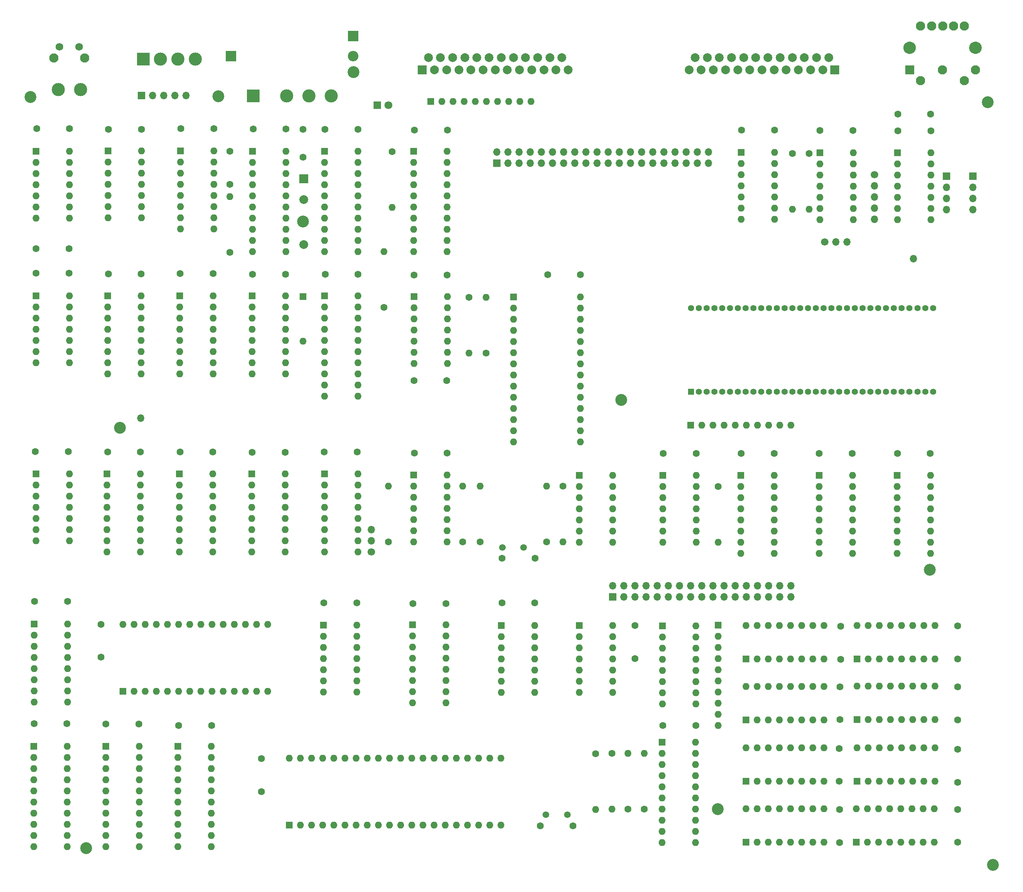
<source format=gbr>
%TF.GenerationSoftware,KiCad,Pcbnew,8.0.1*%
%TF.CreationDate,2024-03-23T23:48:47+00:00*%
%TF.ProjectId,TIM-011B,54494d2d-3031-4314-922e-6b696361645f,rev?*%
%TF.SameCoordinates,Original*%
%TF.FileFunction,Soldermask,Top*%
%TF.FilePolarity,Negative*%
%FSLAX46Y46*%
G04 Gerber Fmt 4.6, Leading zero omitted, Abs format (unit mm)*
G04 Created by KiCad (PCBNEW 8.0.1) date 2024-03-23 23:48:47*
%MOMM*%
%LPD*%
G01*
G04 APERTURE LIST*
%ADD10C,1.449000*%
%ADD11R,1.600000X1.600000*%
%ADD12O,1.600000X1.600000*%
%ADD13C,1.600000*%
%ADD14C,2.700000*%
%ADD15C,1.700000*%
%ADD16O,1.700000X1.700000*%
%ADD17R,1.700000X1.700000*%
%ADD18R,2.400000X2.400000*%
%ADD19O,2.400000X2.400000*%
%ADD20R,3.000000X3.000000*%
%ADD21C,3.000000*%
%ADD22C,2.100000*%
%ADD23C,1.750000*%
%ADD24R,2.000000X2.000000*%
%ADD25C,2.000000*%
%ADD26C,1.500000*%
%ADD27R,1.400000X1.400000*%
%ADD28C,1.400000*%
%ADD29R,1.800000X1.800000*%
%ADD30C,1.800000*%
%ADD31C,2.390000*%
%ADD32R,2.100000X2.100000*%
G04 APERTURE END LIST*
D10*
%TO.C,J3*%
X301804500Y-40695000D02*
G75*
G02*
X300355500Y-40695000I-724500J0D01*
G01*
X300355500Y-40695000D02*
G75*
G02*
X301804500Y-40695000I724500J0D01*
G01*
X316814500Y-40695000D02*
G75*
G02*
X315365500Y-40695000I-724500J0D01*
G01*
X315365500Y-40695000D02*
G75*
G02*
X316814500Y-40695000I724500J0D01*
G01*
%TD*%
D11*
%TO.C,U38*%
X263770000Y-193785000D03*
D12*
X266310000Y-193785000D03*
X268850000Y-193785000D03*
X271390000Y-193785000D03*
X273930000Y-193785000D03*
X276470000Y-193785000D03*
X279010000Y-193785000D03*
X281550000Y-193785000D03*
X281550000Y-186165000D03*
X279010000Y-186165000D03*
X276470000Y-186165000D03*
X273930000Y-186165000D03*
X271390000Y-186165000D03*
X268850000Y-186165000D03*
X266310000Y-186165000D03*
X263770000Y-186165000D03*
%TD*%
D11*
%TO.C,U34*%
X225740000Y-172280000D03*
D12*
X225740000Y-174820000D03*
X225740000Y-177360000D03*
X225740000Y-179900000D03*
X225740000Y-182440000D03*
X225740000Y-184980000D03*
X225740000Y-187520000D03*
X233360000Y-187520000D03*
X233360000Y-184980000D03*
X233360000Y-182440000D03*
X233360000Y-179900000D03*
X233360000Y-177360000D03*
X233360000Y-174820000D03*
X233360000Y-172280000D03*
%TD*%
D13*
%TO.C,R15*%
X236890000Y-214170000D03*
D12*
X236890000Y-201470000D03*
%TD*%
D14*
%TO.C,H6*%
X257302000Y-214122000D03*
%TD*%
D11*
%TO.C,U7*%
X262640000Y-64520000D03*
D12*
X262640000Y-67060000D03*
X262640000Y-69600000D03*
X262640000Y-72140000D03*
X262640000Y-74680000D03*
X262640000Y-77220000D03*
X262640000Y-79760000D03*
X270260000Y-79760000D03*
X270260000Y-77220000D03*
X270260000Y-74680000D03*
X270260000Y-72140000D03*
X270260000Y-69600000D03*
X270260000Y-67060000D03*
X270260000Y-64520000D03*
%TD*%
D15*
%TO.C,JMP1*%
X281720000Y-84930000D03*
D16*
X284260000Y-84930000D03*
X286800000Y-84930000D03*
%TD*%
D11*
%TO.C,U11*%
X118210000Y-97230000D03*
D12*
X118210000Y-99770000D03*
X118210000Y-102310000D03*
X118210000Y-104850000D03*
X118210000Y-107390000D03*
X118210000Y-109930000D03*
X118210000Y-112470000D03*
X118210000Y-115010000D03*
X125830000Y-115010000D03*
X125830000Y-112470000D03*
X125830000Y-109930000D03*
X125830000Y-107390000D03*
X125830000Y-104850000D03*
X125830000Y-102310000D03*
X125830000Y-99770000D03*
X125830000Y-97230000D03*
%TD*%
D13*
%TO.C,C30*%
X215640000Y-167180000D03*
X208140000Y-167180000D03*
%TD*%
%TO.C,C7*%
X216850000Y-217910000D03*
X224350000Y-217910000D03*
%TD*%
D11*
%TO.C,U20*%
X134580000Y-137750000D03*
D12*
X134580000Y-140290000D03*
X134580000Y-142830000D03*
X134580000Y-145370000D03*
X134580000Y-147910000D03*
X134580000Y-150450000D03*
X134580000Y-152990000D03*
X134580000Y-155530000D03*
X142200000Y-155530000D03*
X142200000Y-152990000D03*
X142200000Y-150450000D03*
X142200000Y-147910000D03*
X142200000Y-145370000D03*
X142200000Y-142830000D03*
X142200000Y-140290000D03*
X142200000Y-137750000D03*
%TD*%
D11*
%TO.C,U37*%
X289130000Y-179910000D03*
D12*
X291670000Y-179910000D03*
X294210000Y-179910000D03*
X296750000Y-179910000D03*
X299290000Y-179910000D03*
X301830000Y-179910000D03*
X304370000Y-179910000D03*
X306910000Y-179910000D03*
X306910000Y-172290000D03*
X304370000Y-172290000D03*
X301830000Y-172290000D03*
X299290000Y-172290000D03*
X296750000Y-172290000D03*
X294210000Y-172290000D03*
X291670000Y-172290000D03*
X289130000Y-172290000D03*
%TD*%
D11*
%TO.C,U23*%
X188020000Y-137990000D03*
D12*
X188020000Y-140530000D03*
X188020000Y-143070000D03*
X188020000Y-145610000D03*
X188020000Y-148150000D03*
X188020000Y-150690000D03*
X188020000Y-153230000D03*
X195640000Y-153230000D03*
X195640000Y-150690000D03*
X195640000Y-148150000D03*
X195640000Y-145610000D03*
X195640000Y-143070000D03*
X195640000Y-140530000D03*
X195640000Y-137990000D03*
%TD*%
D11*
%TO.C,U47*%
X263770000Y-221705000D03*
D12*
X266310000Y-221705000D03*
X268850000Y-221705000D03*
X271390000Y-221705000D03*
X273930000Y-221705000D03*
X276470000Y-221705000D03*
X279010000Y-221705000D03*
X281550000Y-221705000D03*
X281550000Y-214085000D03*
X279010000Y-214085000D03*
X276470000Y-214085000D03*
X273930000Y-214085000D03*
X271390000Y-214085000D03*
X268850000Y-214085000D03*
X266310000Y-214085000D03*
X263770000Y-214085000D03*
%TD*%
D13*
%TO.C,C9*%
X305910000Y-59610000D03*
X298410000Y-59610000D03*
%TD*%
D11*
%TO.C,U48*%
X288910000Y-221680000D03*
D12*
X291450000Y-221680000D03*
X293990000Y-221680000D03*
X296530000Y-221680000D03*
X299070000Y-221680000D03*
X301610000Y-221680000D03*
X304150000Y-221680000D03*
X306690000Y-221680000D03*
X306690000Y-214060000D03*
X304150000Y-214060000D03*
X301610000Y-214060000D03*
X299070000Y-214060000D03*
X296530000Y-214060000D03*
X293990000Y-214060000D03*
X291450000Y-214060000D03*
X288910000Y-214060000D03*
%TD*%
D13*
%TO.C,C40*%
X175300000Y-59270000D03*
X167800000Y-59270000D03*
%TD*%
%TO.C,C29*%
X125940000Y-59310000D03*
X118440000Y-59310000D03*
%TD*%
D17*
%TO.C,P3*%
X207000000Y-66970000D03*
D16*
X207000000Y-64430000D03*
X209540000Y-66970000D03*
X209540000Y-64430000D03*
X212080000Y-66970000D03*
X212080000Y-64430000D03*
X214620000Y-66970000D03*
X214620000Y-64430000D03*
X217160000Y-66970000D03*
X217160000Y-64430000D03*
X219700000Y-66970000D03*
X219700000Y-64430000D03*
X222240000Y-66970000D03*
X222240000Y-64430000D03*
X224780000Y-66970000D03*
X224780000Y-64430000D03*
X227320000Y-66970000D03*
X227320000Y-64430000D03*
X229860000Y-66970000D03*
X229860000Y-64430000D03*
X232400000Y-66970000D03*
X232400000Y-64430000D03*
X234940000Y-66970000D03*
X234940000Y-64430000D03*
X237480000Y-66970000D03*
X237480000Y-64430000D03*
X240020000Y-66970000D03*
X240020000Y-64430000D03*
X242560000Y-66970000D03*
X242560000Y-64430000D03*
X245100000Y-66970000D03*
X245100000Y-64430000D03*
X247640000Y-66970000D03*
X247640000Y-64430000D03*
X250180000Y-66970000D03*
X250180000Y-64430000D03*
X252720000Y-66970000D03*
X252720000Y-64430000D03*
X255260000Y-66970000D03*
X255260000Y-64430000D03*
%TD*%
D14*
%TO.C,H2*%
X174250000Y-46228000D03*
%TD*%
D13*
%TO.C,C51*%
X287980000Y-133120000D03*
X280480000Y-133120000D03*
%TD*%
%TO.C,CX1*%
X109414000Y-86487000D03*
X101914000Y-86487000D03*
%TD*%
D18*
%TO.C,C1*%
X146380000Y-42610000D03*
X174160000Y-38030000D03*
D19*
X174160000Y-42610000D03*
%TD*%
D13*
%TO.C,R6*%
X204490000Y-110220000D03*
D12*
X204490000Y-97520000D03*
%TD*%
D16*
%TO.C,*%
X301990000Y-88780000D03*
%TD*%
D20*
%TO.C,P2*%
X151450000Y-51620000D03*
D21*
X159070000Y-51620000D03*
X164160000Y-51630000D03*
X169240000Y-51630000D03*
%TD*%
D17*
%TO.C,J5*%
X315500000Y-69945000D03*
D16*
X315500000Y-72485000D03*
X315500000Y-75025000D03*
X315500000Y-77565000D03*
%TD*%
D13*
%TO.C,C46*%
X285050000Y-207810000D03*
X285050000Y-200310000D03*
%TD*%
D22*
%TO.C,T2*%
X105990000Y-43000000D03*
X113000000Y-43000000D03*
D23*
X107240000Y-40510000D03*
X111740000Y-40510000D03*
%TD*%
D11*
%TO.C,U1*%
X101920000Y-64240000D03*
D12*
X101920000Y-66780000D03*
X101920000Y-69320000D03*
X101920000Y-71860000D03*
X101920000Y-74400000D03*
X101920000Y-76940000D03*
X101920000Y-79480000D03*
X109540000Y-79480000D03*
X109540000Y-76940000D03*
X109540000Y-74400000D03*
X109540000Y-71860000D03*
X109540000Y-69320000D03*
X109540000Y-66780000D03*
X109540000Y-64240000D03*
%TD*%
D17*
%TO.C,J4*%
X309500000Y-69945000D03*
D16*
X309500000Y-72485000D03*
X309500000Y-75025000D03*
X309500000Y-77565000D03*
%TD*%
D15*
%TO.C,JMP2*%
X293060000Y-69640000D03*
D16*
X293060000Y-72180000D03*
X293060000Y-74720000D03*
X293060000Y-77260000D03*
X293060000Y-79800000D03*
%TD*%
D11*
%TO.C,U28*%
X298250000Y-138090000D03*
D12*
X298250000Y-140630000D03*
X298250000Y-143170000D03*
X298250000Y-145710000D03*
X298250000Y-148250000D03*
X298250000Y-150790000D03*
X298250000Y-153330000D03*
X298250000Y-155870000D03*
X305870000Y-155870000D03*
X305870000Y-153330000D03*
X305870000Y-150790000D03*
X305870000Y-148250000D03*
X305870000Y-145710000D03*
X305870000Y-143170000D03*
X305870000Y-140630000D03*
X305870000Y-138090000D03*
%TD*%
D13*
%TO.C,C6*%
X215690000Y-156990000D03*
X208190000Y-156990000D03*
%TD*%
D11*
%TO.C,U29*%
X101480000Y-171970000D03*
D12*
X101480000Y-174510000D03*
X101480000Y-177050000D03*
X101480000Y-179590000D03*
X101480000Y-182130000D03*
X101480000Y-184670000D03*
X101480000Y-187210000D03*
X101480000Y-189750000D03*
X109100000Y-189750000D03*
X109100000Y-187210000D03*
X109100000Y-184670000D03*
X109100000Y-182130000D03*
X109100000Y-179590000D03*
X109100000Y-177050000D03*
X109100000Y-174510000D03*
X109100000Y-171970000D03*
%TD*%
D13*
%TO.C,R3*%
X274380000Y-64780000D03*
D12*
X274380000Y-77480000D03*
%TD*%
D11*
%TO.C,U2*%
X118310000Y-64220000D03*
D12*
X118310000Y-66760000D03*
X118310000Y-69300000D03*
X118310000Y-71840000D03*
X118310000Y-74380000D03*
X118310000Y-76920000D03*
X118310000Y-79460000D03*
X125930000Y-79460000D03*
X125930000Y-76920000D03*
X125930000Y-74380000D03*
X125930000Y-71840000D03*
X125930000Y-69300000D03*
X125930000Y-66760000D03*
X125930000Y-64220000D03*
%TD*%
D11*
%TO.C,U5*%
X167690000Y-64230000D03*
D12*
X167690000Y-66770000D03*
X167690000Y-69310000D03*
X167690000Y-71850000D03*
X167690000Y-74390000D03*
X167690000Y-76930000D03*
X167690000Y-79470000D03*
X167690000Y-82010000D03*
X167690000Y-84550000D03*
X167690000Y-87090000D03*
X175310000Y-87090000D03*
X175310000Y-84550000D03*
X175310000Y-82010000D03*
X175310000Y-79470000D03*
X175310000Y-76930000D03*
X175310000Y-74390000D03*
X175310000Y-71850000D03*
X175310000Y-69310000D03*
X175310000Y-66770000D03*
X175310000Y-64230000D03*
%TD*%
D16*
%TO.C,*%
X125730000Y-125095000D03*
%TD*%
D11*
%TO.C,U32*%
X187770000Y-172160000D03*
D12*
X187770000Y-174700000D03*
X187770000Y-177240000D03*
X187770000Y-179780000D03*
X187770000Y-182320000D03*
X187770000Y-184860000D03*
X187770000Y-187400000D03*
X187770000Y-189940000D03*
X195390000Y-189940000D03*
X195390000Y-187400000D03*
X195390000Y-184860000D03*
X195390000Y-182320000D03*
X195390000Y-179780000D03*
X195390000Y-177240000D03*
X195390000Y-174700000D03*
X195390000Y-172160000D03*
%TD*%
D11*
%TO.C,U15*%
X188050000Y-97402500D03*
D12*
X188050000Y-99942500D03*
X188050000Y-102482500D03*
X188050000Y-105022500D03*
X188050000Y-107562500D03*
X188050000Y-110102500D03*
X188050000Y-112642500D03*
X195670000Y-112642500D03*
X195670000Y-110102500D03*
X195670000Y-107562500D03*
X195670000Y-105022500D03*
X195670000Y-102482500D03*
X195670000Y-99942500D03*
X195670000Y-97402500D03*
%TD*%
D15*
%TO.C,JMP3*%
X178308000Y-155575000D03*
D16*
X178308000Y-153035000D03*
X178308000Y-150495000D03*
%TD*%
D11*
%TO.C,U43*%
X159640000Y-217750000D03*
D12*
X162180000Y-217750000D03*
X164720000Y-217750000D03*
X167260000Y-217750000D03*
X169800000Y-217750000D03*
X172340000Y-217750000D03*
X174880000Y-217750000D03*
X177420000Y-217750000D03*
X179960000Y-217750000D03*
X182500000Y-217750000D03*
X185040000Y-217750000D03*
X187580000Y-217750000D03*
X190120000Y-217750000D03*
X192660000Y-217750000D03*
X195200000Y-217750000D03*
X197740000Y-217750000D03*
X200280000Y-217750000D03*
X202820000Y-217750000D03*
X205360000Y-217750000D03*
X207900000Y-217750000D03*
X207900000Y-202510000D03*
X205360000Y-202510000D03*
X202820000Y-202510000D03*
X200280000Y-202510000D03*
X197740000Y-202510000D03*
X195200000Y-202510000D03*
X192660000Y-202510000D03*
X190120000Y-202510000D03*
X187580000Y-202510000D03*
X185040000Y-202510000D03*
X182500000Y-202510000D03*
X179960000Y-202510000D03*
X177420000Y-202510000D03*
X174880000Y-202510000D03*
X172340000Y-202510000D03*
X169800000Y-202510000D03*
X167260000Y-202510000D03*
X164720000Y-202510000D03*
X162180000Y-202510000D03*
X159640000Y-202510000D03*
%TD*%
D14*
%TO.C,H1*%
X100584000Y-51943000D03*
%TD*%
D24*
%TO.C,J1*%
X189985000Y-45720000D03*
D25*
X192755000Y-45720000D03*
X195525000Y-45720000D03*
X198295000Y-45720000D03*
X201065000Y-45720000D03*
X203835000Y-45720000D03*
X206605000Y-45720000D03*
X209375000Y-45720000D03*
X212145000Y-45720000D03*
X214915000Y-45720000D03*
X217685000Y-45720000D03*
X220455000Y-45720000D03*
X223225000Y-45720000D03*
X191350000Y-42900000D03*
X194120000Y-42900000D03*
X196890000Y-42900000D03*
X199660000Y-42900000D03*
X202430000Y-42900000D03*
X205200000Y-42900000D03*
X207970000Y-42900000D03*
X210740000Y-42900000D03*
X213510000Y-42900000D03*
X216280000Y-42900000D03*
X219050000Y-42900000D03*
X221820000Y-42900000D03*
%TD*%
D11*
%TO.C,D1*%
X162800000Y-97390000D03*
D12*
X162800000Y-107550000D03*
%TD*%
D11*
%TO.C,U46*%
X289080000Y-207775000D03*
D12*
X291620000Y-207775000D03*
X294160000Y-207775000D03*
X296700000Y-207775000D03*
X299240000Y-207775000D03*
X301780000Y-207775000D03*
X304320000Y-207775000D03*
X306860000Y-207775000D03*
X306860000Y-200155000D03*
X304320000Y-200155000D03*
X301780000Y-200155000D03*
X299240000Y-200155000D03*
X296700000Y-200155000D03*
X294160000Y-200155000D03*
X291620000Y-200155000D03*
X289080000Y-200155000D03*
%TD*%
D13*
%TO.C,C26*%
X312050000Y-208000000D03*
X312050000Y-200500000D03*
%TD*%
D14*
%TO.C,H4*%
X121031000Y-127254000D03*
%TD*%
D13*
%TO.C,C19*%
X142210000Y-132790000D03*
X134710000Y-132790000D03*
%TD*%
D26*
%TO.C,Y1*%
X208200000Y-154550000D03*
X213100000Y-154550000D03*
%TD*%
D20*
%TO.C,P5*%
X126319000Y-43307000D03*
D21*
X130279000Y-43307000D03*
X134239000Y-43307000D03*
X138199000Y-43307000D03*
%TD*%
D13*
%TO.C,C25*%
X312030000Y-193780000D03*
X312030000Y-186280000D03*
%TD*%
D24*
%TO.C,J2*%
X284040000Y-45720000D03*
D25*
X281270000Y-45720000D03*
X278500000Y-45720000D03*
X275730000Y-45720000D03*
X272960000Y-45720000D03*
X270190000Y-45720000D03*
X267420000Y-45720000D03*
X264650000Y-45720000D03*
X261880000Y-45720000D03*
X259110000Y-45720000D03*
X256340000Y-45720000D03*
X253570000Y-45720000D03*
X250800000Y-45720000D03*
X282635000Y-42900000D03*
X279865000Y-42900000D03*
X277095000Y-42900000D03*
X274325000Y-42900000D03*
X271555000Y-42900000D03*
X268785000Y-42900000D03*
X266015000Y-42900000D03*
X263245000Y-42900000D03*
X260475000Y-42900000D03*
X257705000Y-42900000D03*
X254935000Y-42900000D03*
X252165000Y-42900000D03*
%TD*%
D17*
%TO.C,P4*%
X233370000Y-165800000D03*
D16*
X233370000Y-163260000D03*
X235910000Y-165800000D03*
X235910000Y-163260000D03*
X238450000Y-165800000D03*
X238450000Y-163260000D03*
X240990000Y-165800000D03*
X240990000Y-163260000D03*
X243530000Y-165800000D03*
X243530000Y-163260000D03*
X246070000Y-165800000D03*
X246070000Y-163260000D03*
X248610000Y-165800000D03*
X248610000Y-163260000D03*
X251150000Y-165800000D03*
X251150000Y-163260000D03*
X253690000Y-165800000D03*
X253690000Y-163260000D03*
X256230000Y-165800000D03*
X256230000Y-163260000D03*
X258770000Y-165800000D03*
X258770000Y-163260000D03*
X261310000Y-165800000D03*
X261310000Y-163260000D03*
X263850000Y-165800000D03*
X263850000Y-163260000D03*
X266390000Y-165800000D03*
X266390000Y-163260000D03*
X268930000Y-165800000D03*
X268930000Y-163260000D03*
X271470000Y-165800000D03*
X271470000Y-163260000D03*
X274010000Y-165800000D03*
X274010000Y-163260000D03*
%TD*%
D13*
%TO.C,C24*%
X312040000Y-179930000D03*
X312040000Y-172430000D03*
%TD*%
D11*
%TO.C,U35*%
X244760000Y-172370000D03*
D12*
X244760000Y-174910000D03*
X244760000Y-177450000D03*
X244760000Y-179990000D03*
X244760000Y-182530000D03*
X244760000Y-185070000D03*
X244760000Y-187610000D03*
X244760000Y-190150000D03*
X252380000Y-190150000D03*
X252380000Y-187610000D03*
X252380000Y-185070000D03*
X252380000Y-182530000D03*
X252380000Y-179990000D03*
X252380000Y-177450000D03*
X252380000Y-174910000D03*
X252380000Y-172370000D03*
%TD*%
D11*
%TO.C,U30*%
X121680000Y-187260000D03*
D12*
X124220000Y-187260000D03*
X126760000Y-187260000D03*
X129300000Y-187260000D03*
X131840000Y-187260000D03*
X134380000Y-187260000D03*
X136920000Y-187260000D03*
X139460000Y-187260000D03*
X142000000Y-187260000D03*
X144540000Y-187260000D03*
X147080000Y-187260000D03*
X149620000Y-187260000D03*
X152160000Y-187260000D03*
X154700000Y-187260000D03*
X154700000Y-172020000D03*
X152160000Y-172020000D03*
X149620000Y-172020000D03*
X147080000Y-172020000D03*
X144540000Y-172020000D03*
X142000000Y-172020000D03*
X139460000Y-172020000D03*
X136920000Y-172020000D03*
X134380000Y-172020000D03*
X131840000Y-172020000D03*
X129300000Y-172020000D03*
X126760000Y-172020000D03*
X124220000Y-172020000D03*
X121680000Y-172020000D03*
%TD*%
D13*
%TO.C,R9*%
X203190000Y-153250000D03*
D12*
X203190000Y-140550000D03*
%TD*%
D13*
%TO.C,C16*%
X226030000Y-92340000D03*
X218530000Y-92340000D03*
%TD*%
%TO.C,R1*%
X146120000Y-87320000D03*
D12*
X146120000Y-74620000D03*
%TD*%
D11*
%TO.C,U13*%
X151200000Y-97230000D03*
D12*
X151200000Y-99770000D03*
X151200000Y-102310000D03*
X151200000Y-104850000D03*
X151200000Y-107390000D03*
X151200000Y-109930000D03*
X151200000Y-112470000D03*
X151200000Y-115010000D03*
X158820000Y-115010000D03*
X158820000Y-112470000D03*
X158820000Y-109930000D03*
X158820000Y-107390000D03*
X158820000Y-104850000D03*
X158820000Y-102310000D03*
X158820000Y-99770000D03*
X158820000Y-97230000D03*
%TD*%
D13*
%TO.C,C31*%
X195330000Y-167280000D03*
X187830000Y-167280000D03*
%TD*%
D11*
%TO.C,U45*%
X263770000Y-207775000D03*
D12*
X266310000Y-207775000D03*
X268850000Y-207775000D03*
X271390000Y-207775000D03*
X273930000Y-207775000D03*
X276470000Y-207775000D03*
X279010000Y-207775000D03*
X281550000Y-207775000D03*
X281550000Y-200155000D03*
X279010000Y-200155000D03*
X276470000Y-200155000D03*
X273930000Y-200155000D03*
X271390000Y-200155000D03*
X268850000Y-200155000D03*
X266310000Y-200155000D03*
X263770000Y-200155000D03*
%TD*%
D13*
%TO.C,C12*%
X142280000Y-92130000D03*
X134780000Y-92130000D03*
%TD*%
D11*
%TO.C,U41*%
X117810000Y-199850000D03*
D12*
X117810000Y-202390000D03*
X117810000Y-204930000D03*
X117810000Y-207470000D03*
X117810000Y-210010000D03*
X117810000Y-212550000D03*
X117810000Y-215090000D03*
X117810000Y-217630000D03*
X117810000Y-220170000D03*
X117810000Y-222710000D03*
X125430000Y-222710000D03*
X125430000Y-220170000D03*
X125430000Y-217630000D03*
X125430000Y-215090000D03*
X125430000Y-212550000D03*
X125430000Y-210010000D03*
X125430000Y-207470000D03*
X125430000Y-204930000D03*
X125430000Y-202390000D03*
X125430000Y-199850000D03*
%TD*%
D11*
%TO.C,U12*%
X134670000Y-97230000D03*
D12*
X134670000Y-99770000D03*
X134670000Y-102310000D03*
X134670000Y-104850000D03*
X134670000Y-107390000D03*
X134670000Y-109930000D03*
X134670000Y-112470000D03*
X134670000Y-115010000D03*
X142290000Y-115010000D03*
X142290000Y-112470000D03*
X142290000Y-109930000D03*
X142290000Y-107390000D03*
X142290000Y-104850000D03*
X142290000Y-102310000D03*
X142290000Y-99770000D03*
X142290000Y-97230000D03*
%TD*%
D13*
%TO.C,C20*%
X158690000Y-132890000D03*
X151190000Y-132890000D03*
%TD*%
D21*
%TO.C,T1*%
X106995000Y-50180000D03*
X112075000Y-50180000D03*
%TD*%
D11*
%TO.C,U39*%
X289110000Y-193760000D03*
D12*
X291650000Y-193760000D03*
X294190000Y-193760000D03*
X296730000Y-193760000D03*
X299270000Y-193760000D03*
X301810000Y-193760000D03*
X304350000Y-193760000D03*
X306890000Y-193760000D03*
X306890000Y-186140000D03*
X304350000Y-186140000D03*
X301810000Y-186140000D03*
X299270000Y-186140000D03*
X296730000Y-186140000D03*
X294190000Y-186140000D03*
X291650000Y-186140000D03*
X289110000Y-186140000D03*
%TD*%
D11*
%TO.C,U14*%
X167720000Y-97220000D03*
D12*
X167720000Y-99760000D03*
X167720000Y-102300000D03*
X167720000Y-104840000D03*
X167720000Y-107380000D03*
X167720000Y-109920000D03*
X167720000Y-112460000D03*
X167720000Y-115000000D03*
X167720000Y-117540000D03*
X167720000Y-120080000D03*
X175340000Y-120080000D03*
X175340000Y-117540000D03*
X175340000Y-115000000D03*
X175340000Y-112460000D03*
X175340000Y-109920000D03*
X175340000Y-107380000D03*
X175340000Y-104840000D03*
X175340000Y-102300000D03*
X175340000Y-99760000D03*
X175340000Y-97220000D03*
%TD*%
D13*
%TO.C,C52*%
X270210000Y-133120000D03*
X262710000Y-133120000D03*
%TD*%
D11*
%TO.C,U8*%
X280620000Y-64580000D03*
D12*
X280620000Y-67120000D03*
X280620000Y-69660000D03*
X280620000Y-72200000D03*
X280620000Y-74740000D03*
X280620000Y-77280000D03*
X280620000Y-79820000D03*
X288240000Y-79820000D03*
X288240000Y-77280000D03*
X288240000Y-74740000D03*
X288240000Y-72200000D03*
X288240000Y-69660000D03*
X288240000Y-67120000D03*
X288240000Y-64580000D03*
%TD*%
D13*
%TO.C,C41*%
X195670000Y-59420000D03*
X188170000Y-59420000D03*
%TD*%
D11*
%TO.C,U21*%
X151080000Y-137750000D03*
D12*
X151080000Y-140290000D03*
X151080000Y-142830000D03*
X151080000Y-145370000D03*
X151080000Y-147910000D03*
X151080000Y-150450000D03*
X151080000Y-152990000D03*
X151080000Y-155530000D03*
X158700000Y-155530000D03*
X158700000Y-152990000D03*
X158700000Y-150450000D03*
X158700000Y-147910000D03*
X158700000Y-145370000D03*
X158700000Y-142830000D03*
X158700000Y-140290000D03*
X158700000Y-137750000D03*
%TD*%
D13*
%TO.C,R7*%
X182245000Y-153220000D03*
D12*
X182245000Y-140520000D03*
%TD*%
D13*
%TO.C,C13*%
X158780000Y-92290000D03*
X151280000Y-92290000D03*
%TD*%
%TO.C,C43*%
X153280000Y-202610000D03*
X153280000Y-210110000D03*
%TD*%
%TO.C,R8*%
X199150000Y-153250000D03*
D12*
X199150000Y-140550000D03*
%TD*%
D13*
%TO.C,C10*%
X109400000Y-92020000D03*
X101900000Y-92020000D03*
%TD*%
%TO.C,C32*%
X175020000Y-167180000D03*
X167520000Y-167180000D03*
%TD*%
%TO.C,R13*%
X229480000Y-201480000D03*
D12*
X229480000Y-214180000D03*
%TD*%
D14*
%TO.C,H7*%
X320040000Y-226822000D03*
%TD*%
D13*
%TO.C,C22*%
X195630000Y-133000000D03*
X188130000Y-133000000D03*
%TD*%
%TO.C,C14*%
X175340000Y-92260000D03*
X167840000Y-92260000D03*
%TD*%
%TO.C,C23*%
X109080000Y-166800000D03*
X101580000Y-166800000D03*
%TD*%
%TO.C,C49*%
X288150000Y-59550000D03*
X280650000Y-59550000D03*
%TD*%
D14*
%TO.C,H8*%
X305689000Y-159639000D03*
%TD*%
D13*
%TO.C,C53*%
X252430000Y-133070000D03*
X244930000Y-133070000D03*
%TD*%
%TO.C,C48*%
X270300000Y-59460000D03*
X262800000Y-59460000D03*
%TD*%
%TO.C,C42*%
X116670000Y-172030000D03*
X116670000Y-179530000D03*
%TD*%
D11*
%TO.C,U16*%
X210790000Y-97450000D03*
D12*
X210790000Y-99990000D03*
X210790000Y-102530000D03*
X210790000Y-105070000D03*
X210790000Y-107610000D03*
X210790000Y-110150000D03*
X210790000Y-112690000D03*
X210790000Y-115230000D03*
X210790000Y-117770000D03*
X210790000Y-120310000D03*
X210790000Y-122850000D03*
X210790000Y-125390000D03*
X210790000Y-127930000D03*
X210790000Y-130470000D03*
X226030000Y-130470000D03*
X226030000Y-127930000D03*
X226030000Y-125390000D03*
X226030000Y-122850000D03*
X226030000Y-120310000D03*
X226030000Y-117770000D03*
X226030000Y-115230000D03*
X226030000Y-112690000D03*
X226030000Y-110150000D03*
X226030000Y-107610000D03*
X226030000Y-105070000D03*
X226030000Y-102530000D03*
X226030000Y-99990000D03*
X226030000Y-97450000D03*
%TD*%
D14*
%TO.C,H3*%
X318897000Y-53086000D03*
%TD*%
D11*
%TO.C,U26*%
X262610000Y-138090000D03*
D12*
X262610000Y-140630000D03*
X262610000Y-143170000D03*
X262610000Y-145710000D03*
X262610000Y-148250000D03*
X262610000Y-150790000D03*
X262610000Y-153330000D03*
X262610000Y-155870000D03*
X270230000Y-155870000D03*
X270230000Y-153330000D03*
X270230000Y-150790000D03*
X270230000Y-148250000D03*
X270230000Y-145710000D03*
X270230000Y-143170000D03*
X270230000Y-140630000D03*
X270230000Y-138090000D03*
%TD*%
D13*
%TO.C,R20*%
X181250000Y-99850000D03*
D12*
X181250000Y-87150000D03*
%TD*%
D27*
%TO.C,U17*%
X251230000Y-119050000D03*
D28*
X253010000Y-119050000D03*
X254790000Y-119050000D03*
X256570000Y-119050000D03*
X258350000Y-119050000D03*
X260130000Y-119050000D03*
X261910000Y-119050000D03*
X263690000Y-119050000D03*
X265470000Y-119050000D03*
X267250000Y-119050000D03*
X269030000Y-119050000D03*
X270810000Y-119050000D03*
X272590000Y-119050000D03*
X274370000Y-119050000D03*
X276150000Y-119050000D03*
X277930000Y-119050000D03*
X279710000Y-119050000D03*
X281490000Y-119050000D03*
X283270000Y-119050000D03*
X285050000Y-119050000D03*
X286830000Y-119050000D03*
X288610000Y-119050000D03*
X290390000Y-119050000D03*
X292170000Y-119050000D03*
X293950000Y-119050000D03*
X295730000Y-119050000D03*
X297510000Y-119050000D03*
X299290000Y-119050000D03*
X301070000Y-119050000D03*
X302850000Y-119050000D03*
X304630000Y-119050000D03*
X306410000Y-119050000D03*
X306410000Y-99980000D03*
X304630000Y-99980000D03*
X302850000Y-99980000D03*
X301070000Y-99980000D03*
X299290000Y-99980000D03*
X297510000Y-99980000D03*
X295730000Y-99980000D03*
X293950000Y-99980000D03*
X292170000Y-99980000D03*
X290390000Y-99980000D03*
X288610000Y-99980000D03*
X286830000Y-99980000D03*
X285050000Y-99980000D03*
X283270000Y-99980000D03*
X281490000Y-99980000D03*
X279710000Y-99980000D03*
X277930000Y-99980000D03*
X276150000Y-99980000D03*
X274370000Y-99980000D03*
X272590000Y-99980000D03*
X270810000Y-99980000D03*
X269030000Y-99980000D03*
X267250000Y-99980000D03*
X265470000Y-99980000D03*
X263690000Y-99980000D03*
X261910000Y-99980000D03*
X260130000Y-99980000D03*
X258350000Y-99980000D03*
X256570000Y-99980000D03*
X254790000Y-99980000D03*
X253010000Y-99980000D03*
X251230000Y-99980000D03*
%TD*%
D14*
%TO.C,H5*%
X113284000Y-223012000D03*
%TD*%
D11*
%TO.C,U42*%
X134270000Y-199840000D03*
D12*
X134270000Y-202380000D03*
X134270000Y-204920000D03*
X134270000Y-207460000D03*
X134270000Y-210000000D03*
X134270000Y-212540000D03*
X134270000Y-215080000D03*
X134270000Y-217620000D03*
X134270000Y-220160000D03*
X134270000Y-222700000D03*
X141890000Y-222700000D03*
X141890000Y-220160000D03*
X141890000Y-217620000D03*
X141890000Y-215080000D03*
X141890000Y-212540000D03*
X141890000Y-210000000D03*
X141890000Y-207460000D03*
X141890000Y-204920000D03*
X141890000Y-202380000D03*
X141890000Y-199840000D03*
%TD*%
D11*
%TO.C,U44*%
X244660000Y-198920000D03*
D12*
X244660000Y-201460000D03*
X244660000Y-204000000D03*
X244660000Y-206540000D03*
X244660000Y-209080000D03*
X244660000Y-211620000D03*
X244660000Y-214160000D03*
X244660000Y-216700000D03*
X244660000Y-219240000D03*
X244660000Y-221780000D03*
X252280000Y-221780000D03*
X252280000Y-219240000D03*
X252280000Y-216700000D03*
X252280000Y-214160000D03*
X252280000Y-211620000D03*
X252280000Y-209080000D03*
X252280000Y-206540000D03*
X252280000Y-204000000D03*
X252280000Y-201460000D03*
X252280000Y-198920000D03*
%TD*%
D13*
%TO.C,R2*%
X183120000Y-64370000D03*
D12*
X183120000Y-77070000D03*
%TD*%
D29*
%TO.C,D2*%
X179725000Y-53750000D03*
D30*
X182265000Y-53750000D03*
%TD*%
D13*
%TO.C,C17*%
X109230000Y-132710000D03*
X101730000Y-132710000D03*
%TD*%
D11*
%TO.C,RP2*%
X251200000Y-126670000D03*
D12*
X253740000Y-126670000D03*
X256280000Y-126670000D03*
X258820000Y-126670000D03*
X261360000Y-126670000D03*
X263900000Y-126670000D03*
X266440000Y-126670000D03*
X268980000Y-126670000D03*
X271520000Y-126670000D03*
X274060000Y-126670000D03*
%TD*%
D13*
%TO.C,C8*%
X305870000Y-55820000D03*
X298370000Y-55820000D03*
%TD*%
D11*
%TO.C,RP3*%
X257390000Y-172250000D03*
D12*
X257390000Y-174790000D03*
X257390000Y-177330000D03*
X257390000Y-179870000D03*
X257390000Y-182410000D03*
X257390000Y-184950000D03*
X257390000Y-187490000D03*
X257390000Y-190030000D03*
X257390000Y-192570000D03*
X257390000Y-195110000D03*
%TD*%
D13*
%TO.C,C45*%
X285220000Y-193740000D03*
X285220000Y-186240000D03*
%TD*%
D11*
%TO.C,U25*%
X244780000Y-138090000D03*
D12*
X244780000Y-140630000D03*
X244780000Y-143170000D03*
X244780000Y-145710000D03*
X244780000Y-148250000D03*
X244780000Y-150790000D03*
X244780000Y-153330000D03*
X252400000Y-153330000D03*
X252400000Y-150790000D03*
X252400000Y-148250000D03*
X252400000Y-145710000D03*
X252400000Y-143170000D03*
X252400000Y-140630000D03*
X252400000Y-138090000D03*
%TD*%
D13*
%TO.C,C5*%
X195550000Y-116550000D03*
X188050000Y-116550000D03*
%TD*%
D11*
%TO.C,U3*%
X134810000Y-64220000D03*
D12*
X134810000Y-66760000D03*
X134810000Y-69300000D03*
X134810000Y-71840000D03*
X134810000Y-74380000D03*
X134810000Y-76920000D03*
X134810000Y-79460000D03*
X134810000Y-82000000D03*
X142430000Y-82000000D03*
X142430000Y-79460000D03*
X142430000Y-76920000D03*
X142430000Y-74380000D03*
X142430000Y-71840000D03*
X142430000Y-69300000D03*
X142430000Y-66760000D03*
X142430000Y-64220000D03*
%TD*%
D13*
%TO.C,C21*%
X175130000Y-132780000D03*
X167630000Y-132780000D03*
%TD*%
%TO.C,R10*%
X218300000Y-153250000D03*
D12*
X218300000Y-140550000D03*
%TD*%
D11*
%TO.C,U9*%
X298300000Y-64580000D03*
D12*
X298300000Y-67120000D03*
X298300000Y-69660000D03*
X298300000Y-72200000D03*
X298300000Y-74740000D03*
X298300000Y-77280000D03*
X298300000Y-79820000D03*
X305920000Y-79820000D03*
X305920000Y-77280000D03*
X305920000Y-74740000D03*
X305920000Y-72200000D03*
X305920000Y-69660000D03*
X305920000Y-67120000D03*
X305920000Y-64580000D03*
%TD*%
D11*
%TO.C,U40*%
X101380000Y-199850000D03*
D12*
X101380000Y-202390000D03*
X101380000Y-204930000D03*
X101380000Y-207470000D03*
X101380000Y-210010000D03*
X101380000Y-212550000D03*
X101380000Y-215090000D03*
X101380000Y-217630000D03*
X101380000Y-220170000D03*
X101380000Y-222710000D03*
X109000000Y-222710000D03*
X109000000Y-220170000D03*
X109000000Y-217630000D03*
X109000000Y-215090000D03*
X109000000Y-212550000D03*
X109000000Y-210010000D03*
X109000000Y-207470000D03*
X109000000Y-204930000D03*
X109000000Y-202390000D03*
X109000000Y-199850000D03*
%TD*%
D11*
%TO.C,U36*%
X263770000Y-179910000D03*
D12*
X266310000Y-179910000D03*
X268850000Y-179910000D03*
X271390000Y-179910000D03*
X273930000Y-179910000D03*
X276470000Y-179910000D03*
X279010000Y-179910000D03*
X281550000Y-179910000D03*
X281550000Y-172290000D03*
X279010000Y-172290000D03*
X276470000Y-172290000D03*
X273930000Y-172290000D03*
X271390000Y-172290000D03*
X268850000Y-172290000D03*
X266310000Y-172290000D03*
X263770000Y-172290000D03*
%TD*%
D13*
%TO.C,C27*%
X312040000Y-221700000D03*
X312040000Y-214200000D03*
%TD*%
D17*
%TO.C,P1*%
X125970000Y-51540000D03*
D16*
X128510000Y-51540000D03*
X131050000Y-51540000D03*
X133590000Y-51540000D03*
X136130000Y-51540000D03*
%TD*%
D13*
%TO.C,C28*%
X109530000Y-59090000D03*
X102030000Y-59090000D03*
%TD*%
D11*
%TO.C,U19*%
X118100000Y-137750000D03*
D12*
X118100000Y-140290000D03*
X118100000Y-142830000D03*
X118100000Y-145370000D03*
X118100000Y-147910000D03*
X118100000Y-150450000D03*
X118100000Y-152990000D03*
X118100000Y-155530000D03*
X125720000Y-155530000D03*
X125720000Y-152990000D03*
X125720000Y-150450000D03*
X125720000Y-147910000D03*
X125720000Y-145370000D03*
X125720000Y-142830000D03*
X125720000Y-140290000D03*
X125720000Y-137750000D03*
%TD*%
D11*
%TO.C,U33*%
X208010000Y-172290000D03*
D12*
X208010000Y-174830000D03*
X208010000Y-177370000D03*
X208010000Y-179910000D03*
X208010000Y-182450000D03*
X208010000Y-184990000D03*
X208010000Y-187530000D03*
X215630000Y-187530000D03*
X215630000Y-184990000D03*
X215630000Y-182450000D03*
X215630000Y-179910000D03*
X215630000Y-177370000D03*
X215630000Y-174830000D03*
X215630000Y-172290000D03*
%TD*%
D11*
%TO.C,U10*%
X101870000Y-97240000D03*
D12*
X101870000Y-99780000D03*
X101870000Y-102320000D03*
X101870000Y-104860000D03*
X101870000Y-107400000D03*
X101870000Y-109940000D03*
X101870000Y-112480000D03*
X109490000Y-112480000D03*
X109490000Y-109940000D03*
X109490000Y-107400000D03*
X109490000Y-104860000D03*
X109490000Y-102320000D03*
X109490000Y-99780000D03*
X109490000Y-97240000D03*
%TD*%
D13*
%TO.C,C36*%
X252310000Y-195070000D03*
X244810000Y-195070000D03*
%TD*%
D11*
%TO.C,U4*%
X151260000Y-64230000D03*
D12*
X151260000Y-66770000D03*
X151260000Y-69310000D03*
X151260000Y-71850000D03*
X151260000Y-74390000D03*
X151260000Y-76930000D03*
X151260000Y-79470000D03*
X151260000Y-82010000D03*
X151260000Y-84550000D03*
X151260000Y-87090000D03*
X158880000Y-87090000D03*
X158880000Y-84550000D03*
X158880000Y-82010000D03*
X158880000Y-79470000D03*
X158880000Y-76930000D03*
X158880000Y-74390000D03*
X158880000Y-71850000D03*
X158880000Y-69310000D03*
X158880000Y-66770000D03*
X158880000Y-64230000D03*
%TD*%
D13*
%TO.C,R11*%
X222020000Y-140550000D03*
D12*
X222020000Y-153250000D03*
%TD*%
D13*
%TO.C,C50*%
X305780000Y-133100000D03*
X298280000Y-133100000D03*
%TD*%
%TO.C,C18*%
X125720000Y-132790000D03*
X118220000Y-132790000D03*
%TD*%
%TO.C,C2*%
X146050000Y-71790000D03*
X146050000Y-64290000D03*
%TD*%
%TO.C,C34*%
X125310000Y-194780000D03*
X117810000Y-194780000D03*
%TD*%
%TO.C,C11*%
X125860000Y-92230000D03*
X118360000Y-92230000D03*
%TD*%
%TO.C,C3*%
X162800000Y-65610000D03*
X162800000Y-59260000D03*
%TD*%
%TO.C,R4*%
X278160000Y-64770000D03*
D12*
X278160000Y-77470000D03*
%TD*%
D14*
%TO.C,H11*%
X143500000Y-51750000D03*
%TD*%
D11*
%TO.C,RP1*%
X191890000Y-52930000D03*
D12*
X194430000Y-52930000D03*
X196970000Y-52930000D03*
X199510000Y-52930000D03*
X202050000Y-52930000D03*
X204590000Y-52930000D03*
X207130000Y-52930000D03*
X209670000Y-52930000D03*
X212210000Y-52930000D03*
X214750000Y-52930000D03*
%TD*%
D13*
%TO.C,R12*%
X257450000Y-140670000D03*
D12*
X257450000Y-153370000D03*
%TD*%
D31*
%TO.C,J3*%
X301080000Y-40695000D03*
X316090000Y-40695000D03*
D32*
X301080000Y-45705000D03*
D22*
X308585000Y-45705000D03*
X316090000Y-45705000D03*
X303580000Y-48195000D03*
X313590000Y-48195000D03*
X303580000Y-35698200D03*
X306085000Y-35698200D03*
X308635800Y-35698200D03*
X311085000Y-35698200D03*
X313590000Y-35698200D03*
%TD*%
D11*
%TO.C,U24*%
X225770000Y-138090000D03*
D12*
X225770000Y-140630000D03*
X225770000Y-143170000D03*
X225770000Y-145710000D03*
X225770000Y-148250000D03*
X225770000Y-150790000D03*
X225770000Y-153330000D03*
X233390000Y-153330000D03*
X233390000Y-150790000D03*
X233390000Y-148250000D03*
X233390000Y-145710000D03*
X233390000Y-143170000D03*
X233390000Y-140630000D03*
X233390000Y-138090000D03*
%TD*%
D13*
%TO.C,C33*%
X141930000Y-195110000D03*
X134430000Y-195110000D03*
%TD*%
D11*
%TO.C,U31*%
X167390000Y-172240000D03*
D12*
X167390000Y-174780000D03*
X167390000Y-177320000D03*
X167390000Y-179860000D03*
X167390000Y-182400000D03*
X167390000Y-184940000D03*
X167390000Y-187480000D03*
X175010000Y-187480000D03*
X175010000Y-184940000D03*
X175010000Y-182400000D03*
X175010000Y-179860000D03*
X175010000Y-177320000D03*
X175010000Y-174780000D03*
X175010000Y-172240000D03*
%TD*%
D13*
%TO.C,C44*%
X238500000Y-172330000D03*
X238500000Y-179830000D03*
%TD*%
D11*
%TO.C,U27*%
X280480000Y-138090000D03*
D12*
X280480000Y-140630000D03*
X280480000Y-143170000D03*
X280480000Y-145710000D03*
X280480000Y-148250000D03*
X280480000Y-150790000D03*
X280480000Y-153330000D03*
X280480000Y-155870000D03*
X288100000Y-155870000D03*
X288100000Y-153330000D03*
X288100000Y-150790000D03*
X288100000Y-148250000D03*
X288100000Y-145710000D03*
X288100000Y-143170000D03*
X288100000Y-140630000D03*
X288100000Y-138090000D03*
%TD*%
D13*
%TO.C,C37*%
X285390000Y-180000000D03*
X285390000Y-172500000D03*
%TD*%
D11*
%TO.C,U22*%
X167640000Y-137750000D03*
D12*
X167640000Y-140290000D03*
X167640000Y-142830000D03*
X167640000Y-145370000D03*
X167640000Y-147910000D03*
X167640000Y-150450000D03*
X167640000Y-152990000D03*
X167640000Y-155530000D03*
X175260000Y-155530000D03*
X175260000Y-152990000D03*
X175260000Y-150450000D03*
X175260000Y-147910000D03*
X175260000Y-145370000D03*
X175260000Y-142830000D03*
X175260000Y-140290000D03*
X175260000Y-137750000D03*
%TD*%
D11*
%TO.C,U6*%
X188040000Y-64230000D03*
D12*
X188040000Y-66770000D03*
X188040000Y-69310000D03*
X188040000Y-71850000D03*
X188040000Y-74390000D03*
X188040000Y-76930000D03*
X188040000Y-79470000D03*
X188040000Y-82010000D03*
X188040000Y-84550000D03*
X188040000Y-87090000D03*
X195660000Y-87090000D03*
X195660000Y-84550000D03*
X195660000Y-82010000D03*
X195660000Y-79470000D03*
X195660000Y-76930000D03*
X195660000Y-74390000D03*
X195660000Y-71850000D03*
X195660000Y-69310000D03*
X195660000Y-66770000D03*
X195660000Y-64230000D03*
%TD*%
D13*
%TO.C,C15*%
X195610000Y-92460000D03*
X188110000Y-92460000D03*
%TD*%
%TO.C,C38*%
X142450000Y-59110000D03*
X134950000Y-59110000D03*
%TD*%
D26*
%TO.C,Y2*%
X218120000Y-215382500D03*
X223020000Y-215382500D03*
%TD*%
D13*
%TO.C,C35*%
X108940000Y-194690000D03*
X101440000Y-194690000D03*
%TD*%
%TO.C,R5*%
X200590000Y-97520000D03*
D12*
X200590000Y-110220000D03*
%TD*%
D13*
%TO.C,R14*%
X233190000Y-201470000D03*
D12*
X233190000Y-214170000D03*
%TD*%
D13*
%TO.C,R16*%
X240600000Y-214170000D03*
D12*
X240600000Y-201470000D03*
%TD*%
D13*
%TO.C,C47*%
X285070000Y-221710000D03*
X285070000Y-214210000D03*
%TD*%
D14*
%TO.C,H9*%
X162750000Y-80250000D03*
%TD*%
%TO.C,H10*%
X235331000Y-120904000D03*
%TD*%
D11*
%TO.C,U18*%
X101850000Y-137760000D03*
D12*
X101850000Y-140300000D03*
X101850000Y-142840000D03*
X101850000Y-145380000D03*
X101850000Y-147920000D03*
X101850000Y-150460000D03*
X101850000Y-153000000D03*
X109470000Y-153000000D03*
X109470000Y-150460000D03*
X109470000Y-147920000D03*
X109470000Y-145380000D03*
X109470000Y-142840000D03*
X109470000Y-140300000D03*
X109470000Y-137760000D03*
%TD*%
D24*
%TO.C,C4*%
X162940000Y-70560000D03*
D25*
X162940000Y-75310000D03*
X162940000Y-85550000D03*
%TD*%
D13*
%TO.C,C39*%
X158880000Y-59210000D03*
X151380000Y-59210000D03*
%TD*%
M02*

</source>
